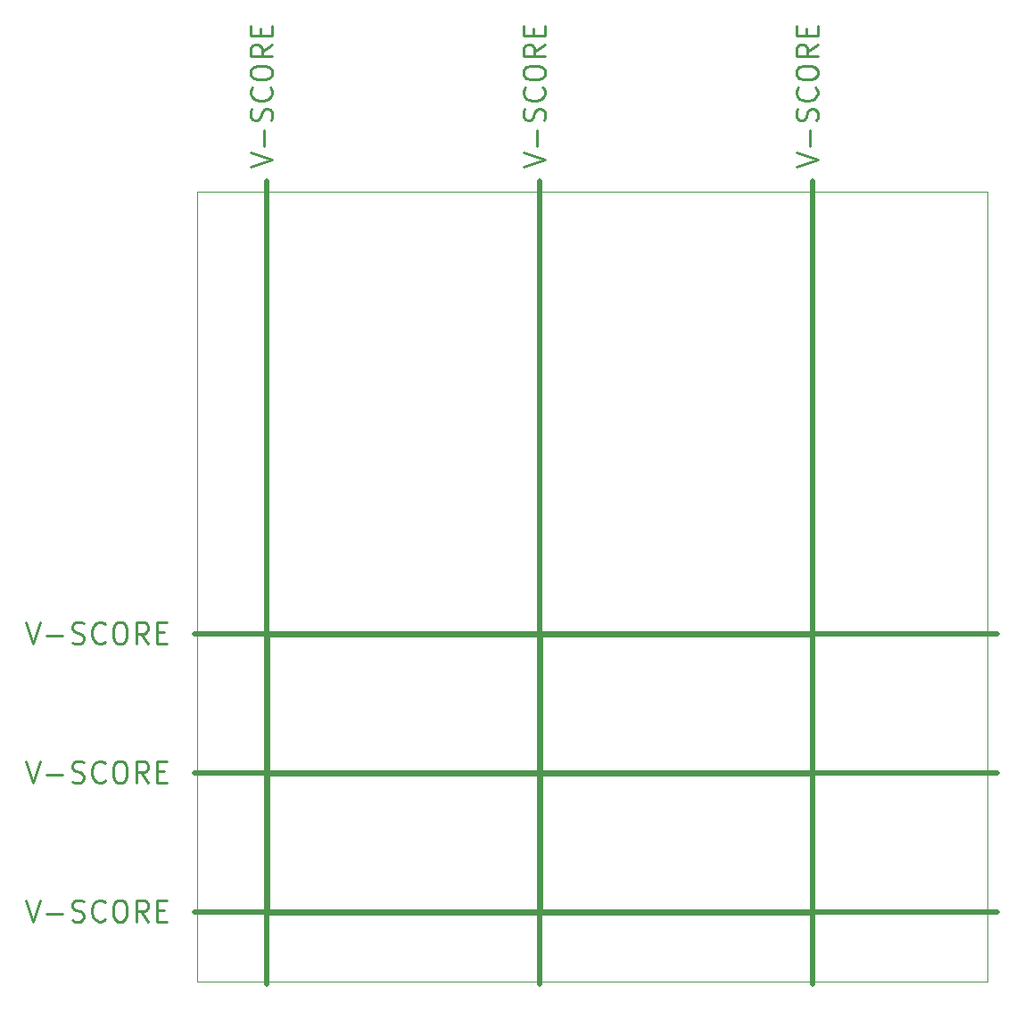
<source format=gko>
%TF.GenerationSoftware,KiCad,Pcbnew,8.0.4*%
%TF.CreationDate,2024-08-23T09:14:10-06:00*%
%TF.ProjectId,SparkFun_BMV080_panelized_v01b,53706172-6b46-4756-9e5f-424d56303830,v01*%
%TF.SameCoordinates,Original*%
%TF.FileFunction,Soldermask,Bot*%
%TF.FilePolarity,Negative*%
%FSLAX46Y46*%
G04 Gerber Fmt 4.6, Leading zero omitted, Abs format (unit mm)*
G04 Created by KiCad (PCBNEW 8.0.4) date 2024-08-23 09:14:10*
%MOMM*%
%LPD*%
G01*
G04 APERTURE LIST*
%TA.AperFunction,Profile*%
%ADD10C,0.100000*%
%TD*%
%TA.AperFunction,Profile*%
%ADD11C,0.050000*%
%TD*%
%ADD12C,0.500000*%
%ADD13C,0.250000*%
G04 APERTURE END LIST*
D10*
X0Y75000000D02*
X75000000Y75000000D01*
D11*
X32750000Y19550000D02*
X58150000Y19550000D01*
X58150000Y19550000D02*
X58150000Y6850000D01*
X6850000Y32750000D02*
X32250000Y32750000D01*
X6850000Y19550000D02*
X32250000Y19550000D01*
X32250000Y6850000D02*
X6850000Y6850000D01*
D10*
X6350000Y6350000D02*
X6350000Y33250000D01*
D11*
X32250000Y32750000D02*
X32250000Y20050000D01*
X58150000Y6850000D02*
X32750000Y6850000D01*
X32250000Y20050000D02*
X6850000Y20050000D01*
D10*
X58650000Y6350000D02*
X6350000Y6350000D01*
D11*
X32250000Y19550000D02*
X32250000Y6850000D01*
D10*
X75000000Y75000000D02*
X75000000Y0D01*
D11*
X32750000Y6850000D02*
X32750000Y19550000D01*
X6850000Y20050000D02*
X6850000Y32750000D01*
D10*
X0Y0D02*
X0Y75000000D01*
X58650000Y33250000D02*
X58650000Y6350000D01*
D11*
X32750000Y32750000D02*
X58150000Y32750000D01*
X58150000Y20050000D02*
X32750000Y20050000D01*
X58150000Y32750000D02*
X58150000Y20050000D01*
D10*
X6350000Y33250000D02*
X58650000Y33250000D01*
X75000000Y0D02*
X0Y0D01*
D11*
X32750000Y20050000D02*
X32750000Y32750000D01*
X6850000Y6850000D02*
X6850000Y19550000D01*
D12*
X6600000Y76000000D02*
X6600000Y-275000D01*
X58400000Y76000000D02*
X58400000Y-275000D01*
X-275000Y6600000D02*
X76000000Y6600000D01*
X-275000Y33000000D02*
X76000000Y33000000D01*
X32500000Y76000000D02*
X32500000Y-275000D01*
X-275000Y19800000D02*
X76000000Y19800000D01*
D13*
X-16248997Y7687762D02*
X-15582331Y5687762D01*
X-15582331Y5687762D02*
X-14915664Y7687762D01*
X-14248997Y6449667D02*
X-12725187Y6449667D01*
X-11868045Y5783000D02*
X-11582331Y5687762D01*
X-11582331Y5687762D02*
X-11106140Y5687762D01*
X-11106140Y5687762D02*
X-10915664Y5783000D01*
X-10915664Y5783000D02*
X-10820426Y5878239D01*
X-10820426Y5878239D02*
X-10725188Y6068715D01*
X-10725188Y6068715D02*
X-10725188Y6259191D01*
X-10725188Y6259191D02*
X-10820426Y6449667D01*
X-10820426Y6449667D02*
X-10915664Y6544905D01*
X-10915664Y6544905D02*
X-11106140Y6640143D01*
X-11106140Y6640143D02*
X-11487093Y6735381D01*
X-11487093Y6735381D02*
X-11677569Y6830620D01*
X-11677569Y6830620D02*
X-11772807Y6925858D01*
X-11772807Y6925858D02*
X-11868045Y7116334D01*
X-11868045Y7116334D02*
X-11868045Y7306810D01*
X-11868045Y7306810D02*
X-11772807Y7497286D01*
X-11772807Y7497286D02*
X-11677569Y7592524D01*
X-11677569Y7592524D02*
X-11487093Y7687762D01*
X-11487093Y7687762D02*
X-11010902Y7687762D01*
X-11010902Y7687762D02*
X-10725188Y7592524D01*
X-8725188Y5878239D02*
X-8820426Y5783000D01*
X-8820426Y5783000D02*
X-9106140Y5687762D01*
X-9106140Y5687762D02*
X-9296616Y5687762D01*
X-9296616Y5687762D02*
X-9582331Y5783000D01*
X-9582331Y5783000D02*
X-9772807Y5973477D01*
X-9772807Y5973477D02*
X-9868045Y6163953D01*
X-9868045Y6163953D02*
X-9963283Y6544905D01*
X-9963283Y6544905D02*
X-9963283Y6830620D01*
X-9963283Y6830620D02*
X-9868045Y7211572D01*
X-9868045Y7211572D02*
X-9772807Y7402048D01*
X-9772807Y7402048D02*
X-9582331Y7592524D01*
X-9582331Y7592524D02*
X-9296616Y7687762D01*
X-9296616Y7687762D02*
X-9106140Y7687762D01*
X-9106140Y7687762D02*
X-8820426Y7592524D01*
X-8820426Y7592524D02*
X-8725188Y7497286D01*
X-7487093Y7687762D02*
X-7106140Y7687762D01*
X-7106140Y7687762D02*
X-6915664Y7592524D01*
X-6915664Y7592524D02*
X-6725188Y7402048D01*
X-6725188Y7402048D02*
X-6629950Y7021096D01*
X-6629950Y7021096D02*
X-6629950Y6354429D01*
X-6629950Y6354429D02*
X-6725188Y5973477D01*
X-6725188Y5973477D02*
X-6915664Y5783000D01*
X-6915664Y5783000D02*
X-7106140Y5687762D01*
X-7106140Y5687762D02*
X-7487093Y5687762D01*
X-7487093Y5687762D02*
X-7677569Y5783000D01*
X-7677569Y5783000D02*
X-7868045Y5973477D01*
X-7868045Y5973477D02*
X-7963283Y6354429D01*
X-7963283Y6354429D02*
X-7963283Y7021096D01*
X-7963283Y7021096D02*
X-7868045Y7402048D01*
X-7868045Y7402048D02*
X-7677569Y7592524D01*
X-7677569Y7592524D02*
X-7487093Y7687762D01*
X-4629950Y5687762D02*
X-5296617Y6640143D01*
X-5772807Y5687762D02*
X-5772807Y7687762D01*
X-5772807Y7687762D02*
X-5010902Y7687762D01*
X-5010902Y7687762D02*
X-4820426Y7592524D01*
X-4820426Y7592524D02*
X-4725188Y7497286D01*
X-4725188Y7497286D02*
X-4629950Y7306810D01*
X-4629950Y7306810D02*
X-4629950Y7021096D01*
X-4629950Y7021096D02*
X-4725188Y6830620D01*
X-4725188Y6830620D02*
X-4820426Y6735381D01*
X-4820426Y6735381D02*
X-5010902Y6640143D01*
X-5010902Y6640143D02*
X-5772807Y6640143D01*
X-3772807Y6735381D02*
X-3106140Y6735381D01*
X-2820426Y5687762D02*
X-3772807Y5687762D01*
X-3772807Y5687762D02*
X-3772807Y7687762D01*
X-3772807Y7687762D02*
X-2820426Y7687762D01*
X-16248997Y34087762D02*
X-15582331Y32087762D01*
X-15582331Y32087762D02*
X-14915664Y34087762D01*
X-14248997Y32849667D02*
X-12725187Y32849667D01*
X-11868045Y32183000D02*
X-11582331Y32087762D01*
X-11582331Y32087762D02*
X-11106140Y32087762D01*
X-11106140Y32087762D02*
X-10915664Y32183000D01*
X-10915664Y32183000D02*
X-10820426Y32278239D01*
X-10820426Y32278239D02*
X-10725188Y32468715D01*
X-10725188Y32468715D02*
X-10725188Y32659191D01*
X-10725188Y32659191D02*
X-10820426Y32849667D01*
X-10820426Y32849667D02*
X-10915664Y32944905D01*
X-10915664Y32944905D02*
X-11106140Y33040143D01*
X-11106140Y33040143D02*
X-11487093Y33135381D01*
X-11487093Y33135381D02*
X-11677569Y33230620D01*
X-11677569Y33230620D02*
X-11772807Y33325858D01*
X-11772807Y33325858D02*
X-11868045Y33516334D01*
X-11868045Y33516334D02*
X-11868045Y33706810D01*
X-11868045Y33706810D02*
X-11772807Y33897286D01*
X-11772807Y33897286D02*
X-11677569Y33992524D01*
X-11677569Y33992524D02*
X-11487093Y34087762D01*
X-11487093Y34087762D02*
X-11010902Y34087762D01*
X-11010902Y34087762D02*
X-10725188Y33992524D01*
X-8725188Y32278239D02*
X-8820426Y32183000D01*
X-8820426Y32183000D02*
X-9106140Y32087762D01*
X-9106140Y32087762D02*
X-9296616Y32087762D01*
X-9296616Y32087762D02*
X-9582331Y32183000D01*
X-9582331Y32183000D02*
X-9772807Y32373477D01*
X-9772807Y32373477D02*
X-9868045Y32563953D01*
X-9868045Y32563953D02*
X-9963283Y32944905D01*
X-9963283Y32944905D02*
X-9963283Y33230620D01*
X-9963283Y33230620D02*
X-9868045Y33611572D01*
X-9868045Y33611572D02*
X-9772807Y33802048D01*
X-9772807Y33802048D02*
X-9582331Y33992524D01*
X-9582331Y33992524D02*
X-9296616Y34087762D01*
X-9296616Y34087762D02*
X-9106140Y34087762D01*
X-9106140Y34087762D02*
X-8820426Y33992524D01*
X-8820426Y33992524D02*
X-8725188Y33897286D01*
X-7487093Y34087762D02*
X-7106140Y34087762D01*
X-7106140Y34087762D02*
X-6915664Y33992524D01*
X-6915664Y33992524D02*
X-6725188Y33802048D01*
X-6725188Y33802048D02*
X-6629950Y33421096D01*
X-6629950Y33421096D02*
X-6629950Y32754429D01*
X-6629950Y32754429D02*
X-6725188Y32373477D01*
X-6725188Y32373477D02*
X-6915664Y32183000D01*
X-6915664Y32183000D02*
X-7106140Y32087762D01*
X-7106140Y32087762D02*
X-7487093Y32087762D01*
X-7487093Y32087762D02*
X-7677569Y32183000D01*
X-7677569Y32183000D02*
X-7868045Y32373477D01*
X-7868045Y32373477D02*
X-7963283Y32754429D01*
X-7963283Y32754429D02*
X-7963283Y33421096D01*
X-7963283Y33421096D02*
X-7868045Y33802048D01*
X-7868045Y33802048D02*
X-7677569Y33992524D01*
X-7677569Y33992524D02*
X-7487093Y34087762D01*
X-4629950Y32087762D02*
X-5296617Y33040143D01*
X-5772807Y32087762D02*
X-5772807Y34087762D01*
X-5772807Y34087762D02*
X-5010902Y34087762D01*
X-5010902Y34087762D02*
X-4820426Y33992524D01*
X-4820426Y33992524D02*
X-4725188Y33897286D01*
X-4725188Y33897286D02*
X-4629950Y33706810D01*
X-4629950Y33706810D02*
X-4629950Y33421096D01*
X-4629950Y33421096D02*
X-4725188Y33230620D01*
X-4725188Y33230620D02*
X-4820426Y33135381D01*
X-4820426Y33135381D02*
X-5010902Y33040143D01*
X-5010902Y33040143D02*
X-5772807Y33040143D01*
X-3772807Y33135381D02*
X-3106140Y33135381D01*
X-2820426Y32087762D02*
X-3772807Y32087762D01*
X-3772807Y32087762D02*
X-3772807Y34087762D01*
X-3772807Y34087762D02*
X-2820426Y34087762D01*
X56912238Y77354950D02*
X58912238Y78021616D01*
X58912238Y78021616D02*
X56912238Y78688283D01*
X58150333Y79354950D02*
X58150333Y80878759D01*
X58817000Y81735902D02*
X58912238Y82021616D01*
X58912238Y82021616D02*
X58912238Y82497807D01*
X58912238Y82497807D02*
X58817000Y82688283D01*
X58817000Y82688283D02*
X58721761Y82783521D01*
X58721761Y82783521D02*
X58531285Y82878759D01*
X58531285Y82878759D02*
X58340809Y82878759D01*
X58340809Y82878759D02*
X58150333Y82783521D01*
X58150333Y82783521D02*
X58055095Y82688283D01*
X58055095Y82688283D02*
X57959857Y82497807D01*
X57959857Y82497807D02*
X57864619Y82116854D01*
X57864619Y82116854D02*
X57769380Y81926378D01*
X57769380Y81926378D02*
X57674142Y81831140D01*
X57674142Y81831140D02*
X57483666Y81735902D01*
X57483666Y81735902D02*
X57293190Y81735902D01*
X57293190Y81735902D02*
X57102714Y81831140D01*
X57102714Y81831140D02*
X57007476Y81926378D01*
X57007476Y81926378D02*
X56912238Y82116854D01*
X56912238Y82116854D02*
X56912238Y82593045D01*
X56912238Y82593045D02*
X57007476Y82878759D01*
X58721761Y84878759D02*
X58817000Y84783521D01*
X58817000Y84783521D02*
X58912238Y84497807D01*
X58912238Y84497807D02*
X58912238Y84307331D01*
X58912238Y84307331D02*
X58817000Y84021616D01*
X58817000Y84021616D02*
X58626523Y83831140D01*
X58626523Y83831140D02*
X58436047Y83735902D01*
X58436047Y83735902D02*
X58055095Y83640664D01*
X58055095Y83640664D02*
X57769380Y83640664D01*
X57769380Y83640664D02*
X57388428Y83735902D01*
X57388428Y83735902D02*
X57197952Y83831140D01*
X57197952Y83831140D02*
X57007476Y84021616D01*
X57007476Y84021616D02*
X56912238Y84307331D01*
X56912238Y84307331D02*
X56912238Y84497807D01*
X56912238Y84497807D02*
X57007476Y84783521D01*
X57007476Y84783521D02*
X57102714Y84878759D01*
X56912238Y86116854D02*
X56912238Y86497807D01*
X56912238Y86497807D02*
X57007476Y86688283D01*
X57007476Y86688283D02*
X57197952Y86878759D01*
X57197952Y86878759D02*
X57578904Y86973997D01*
X57578904Y86973997D02*
X58245571Y86973997D01*
X58245571Y86973997D02*
X58626523Y86878759D01*
X58626523Y86878759D02*
X58817000Y86688283D01*
X58817000Y86688283D02*
X58912238Y86497807D01*
X58912238Y86497807D02*
X58912238Y86116854D01*
X58912238Y86116854D02*
X58817000Y85926378D01*
X58817000Y85926378D02*
X58626523Y85735902D01*
X58626523Y85735902D02*
X58245571Y85640664D01*
X58245571Y85640664D02*
X57578904Y85640664D01*
X57578904Y85640664D02*
X57197952Y85735902D01*
X57197952Y85735902D02*
X57007476Y85926378D01*
X57007476Y85926378D02*
X56912238Y86116854D01*
X58912238Y88973997D02*
X57959857Y88307330D01*
X58912238Y87831140D02*
X56912238Y87831140D01*
X56912238Y87831140D02*
X56912238Y88593045D01*
X56912238Y88593045D02*
X57007476Y88783521D01*
X57007476Y88783521D02*
X57102714Y88878759D01*
X57102714Y88878759D02*
X57293190Y88973997D01*
X57293190Y88973997D02*
X57578904Y88973997D01*
X57578904Y88973997D02*
X57769380Y88878759D01*
X57769380Y88878759D02*
X57864619Y88783521D01*
X57864619Y88783521D02*
X57959857Y88593045D01*
X57959857Y88593045D02*
X57959857Y87831140D01*
X57864619Y89831140D02*
X57864619Y90497807D01*
X58912238Y90783521D02*
X58912238Y89831140D01*
X58912238Y89831140D02*
X56912238Y89831140D01*
X56912238Y89831140D02*
X56912238Y90783521D01*
X-16248997Y20887762D02*
X-15582331Y18887762D01*
X-15582331Y18887762D02*
X-14915664Y20887762D01*
X-14248997Y19649667D02*
X-12725187Y19649667D01*
X-11868045Y18983000D02*
X-11582331Y18887762D01*
X-11582331Y18887762D02*
X-11106140Y18887762D01*
X-11106140Y18887762D02*
X-10915664Y18983000D01*
X-10915664Y18983000D02*
X-10820426Y19078239D01*
X-10820426Y19078239D02*
X-10725188Y19268715D01*
X-10725188Y19268715D02*
X-10725188Y19459191D01*
X-10725188Y19459191D02*
X-10820426Y19649667D01*
X-10820426Y19649667D02*
X-10915664Y19744905D01*
X-10915664Y19744905D02*
X-11106140Y19840143D01*
X-11106140Y19840143D02*
X-11487093Y19935381D01*
X-11487093Y19935381D02*
X-11677569Y20030620D01*
X-11677569Y20030620D02*
X-11772807Y20125858D01*
X-11772807Y20125858D02*
X-11868045Y20316334D01*
X-11868045Y20316334D02*
X-11868045Y20506810D01*
X-11868045Y20506810D02*
X-11772807Y20697286D01*
X-11772807Y20697286D02*
X-11677569Y20792524D01*
X-11677569Y20792524D02*
X-11487093Y20887762D01*
X-11487093Y20887762D02*
X-11010902Y20887762D01*
X-11010902Y20887762D02*
X-10725188Y20792524D01*
X-8725188Y19078239D02*
X-8820426Y18983000D01*
X-8820426Y18983000D02*
X-9106140Y18887762D01*
X-9106140Y18887762D02*
X-9296616Y18887762D01*
X-9296616Y18887762D02*
X-9582331Y18983000D01*
X-9582331Y18983000D02*
X-9772807Y19173477D01*
X-9772807Y19173477D02*
X-9868045Y19363953D01*
X-9868045Y19363953D02*
X-9963283Y19744905D01*
X-9963283Y19744905D02*
X-9963283Y20030620D01*
X-9963283Y20030620D02*
X-9868045Y20411572D01*
X-9868045Y20411572D02*
X-9772807Y20602048D01*
X-9772807Y20602048D02*
X-9582331Y20792524D01*
X-9582331Y20792524D02*
X-9296616Y20887762D01*
X-9296616Y20887762D02*
X-9106140Y20887762D01*
X-9106140Y20887762D02*
X-8820426Y20792524D01*
X-8820426Y20792524D02*
X-8725188Y20697286D01*
X-7487093Y20887762D02*
X-7106140Y20887762D01*
X-7106140Y20887762D02*
X-6915664Y20792524D01*
X-6915664Y20792524D02*
X-6725188Y20602048D01*
X-6725188Y20602048D02*
X-6629950Y20221096D01*
X-6629950Y20221096D02*
X-6629950Y19554429D01*
X-6629950Y19554429D02*
X-6725188Y19173477D01*
X-6725188Y19173477D02*
X-6915664Y18983000D01*
X-6915664Y18983000D02*
X-7106140Y18887762D01*
X-7106140Y18887762D02*
X-7487093Y18887762D01*
X-7487093Y18887762D02*
X-7677569Y18983000D01*
X-7677569Y18983000D02*
X-7868045Y19173477D01*
X-7868045Y19173477D02*
X-7963283Y19554429D01*
X-7963283Y19554429D02*
X-7963283Y20221096D01*
X-7963283Y20221096D02*
X-7868045Y20602048D01*
X-7868045Y20602048D02*
X-7677569Y20792524D01*
X-7677569Y20792524D02*
X-7487093Y20887762D01*
X-4629950Y18887762D02*
X-5296617Y19840143D01*
X-5772807Y18887762D02*
X-5772807Y20887762D01*
X-5772807Y20887762D02*
X-5010902Y20887762D01*
X-5010902Y20887762D02*
X-4820426Y20792524D01*
X-4820426Y20792524D02*
X-4725188Y20697286D01*
X-4725188Y20697286D02*
X-4629950Y20506810D01*
X-4629950Y20506810D02*
X-4629950Y20221096D01*
X-4629950Y20221096D02*
X-4725188Y20030620D01*
X-4725188Y20030620D02*
X-4820426Y19935381D01*
X-4820426Y19935381D02*
X-5010902Y19840143D01*
X-5010902Y19840143D02*
X-5772807Y19840143D01*
X-3772807Y19935381D02*
X-3106140Y19935381D01*
X-2820426Y18887762D02*
X-3772807Y18887762D01*
X-3772807Y18887762D02*
X-3772807Y20887762D01*
X-3772807Y20887762D02*
X-2820426Y20887762D01*
X5112238Y77354950D02*
X7112238Y78021616D01*
X7112238Y78021616D02*
X5112238Y78688283D01*
X6350333Y79354950D02*
X6350333Y80878759D01*
X7017000Y81735902D02*
X7112238Y82021616D01*
X7112238Y82021616D02*
X7112238Y82497807D01*
X7112238Y82497807D02*
X7017000Y82688283D01*
X7017000Y82688283D02*
X6921761Y82783521D01*
X6921761Y82783521D02*
X6731285Y82878759D01*
X6731285Y82878759D02*
X6540809Y82878759D01*
X6540809Y82878759D02*
X6350333Y82783521D01*
X6350333Y82783521D02*
X6255095Y82688283D01*
X6255095Y82688283D02*
X6159857Y82497807D01*
X6159857Y82497807D02*
X6064619Y82116854D01*
X6064619Y82116854D02*
X5969380Y81926378D01*
X5969380Y81926378D02*
X5874142Y81831140D01*
X5874142Y81831140D02*
X5683666Y81735902D01*
X5683666Y81735902D02*
X5493190Y81735902D01*
X5493190Y81735902D02*
X5302714Y81831140D01*
X5302714Y81831140D02*
X5207476Y81926378D01*
X5207476Y81926378D02*
X5112238Y82116854D01*
X5112238Y82116854D02*
X5112238Y82593045D01*
X5112238Y82593045D02*
X5207476Y82878759D01*
X6921761Y84878759D02*
X7017000Y84783521D01*
X7017000Y84783521D02*
X7112238Y84497807D01*
X7112238Y84497807D02*
X7112238Y84307331D01*
X7112238Y84307331D02*
X7017000Y84021616D01*
X7017000Y84021616D02*
X6826523Y83831140D01*
X6826523Y83831140D02*
X6636047Y83735902D01*
X6636047Y83735902D02*
X6255095Y83640664D01*
X6255095Y83640664D02*
X5969380Y83640664D01*
X5969380Y83640664D02*
X5588428Y83735902D01*
X5588428Y83735902D02*
X5397952Y83831140D01*
X5397952Y83831140D02*
X5207476Y84021616D01*
X5207476Y84021616D02*
X5112238Y84307331D01*
X5112238Y84307331D02*
X5112238Y84497807D01*
X5112238Y84497807D02*
X5207476Y84783521D01*
X5207476Y84783521D02*
X5302714Y84878759D01*
X5112238Y86116854D02*
X5112238Y86497807D01*
X5112238Y86497807D02*
X5207476Y86688283D01*
X5207476Y86688283D02*
X5397952Y86878759D01*
X5397952Y86878759D02*
X5778904Y86973997D01*
X5778904Y86973997D02*
X6445571Y86973997D01*
X6445571Y86973997D02*
X6826523Y86878759D01*
X6826523Y86878759D02*
X7017000Y86688283D01*
X7017000Y86688283D02*
X7112238Y86497807D01*
X7112238Y86497807D02*
X7112238Y86116854D01*
X7112238Y86116854D02*
X7017000Y85926378D01*
X7017000Y85926378D02*
X6826523Y85735902D01*
X6826523Y85735902D02*
X6445571Y85640664D01*
X6445571Y85640664D02*
X5778904Y85640664D01*
X5778904Y85640664D02*
X5397952Y85735902D01*
X5397952Y85735902D02*
X5207476Y85926378D01*
X5207476Y85926378D02*
X5112238Y86116854D01*
X7112238Y88973997D02*
X6159857Y88307330D01*
X7112238Y87831140D02*
X5112238Y87831140D01*
X5112238Y87831140D02*
X5112238Y88593045D01*
X5112238Y88593045D02*
X5207476Y88783521D01*
X5207476Y88783521D02*
X5302714Y88878759D01*
X5302714Y88878759D02*
X5493190Y88973997D01*
X5493190Y88973997D02*
X5778904Y88973997D01*
X5778904Y88973997D02*
X5969380Y88878759D01*
X5969380Y88878759D02*
X6064619Y88783521D01*
X6064619Y88783521D02*
X6159857Y88593045D01*
X6159857Y88593045D02*
X6159857Y87831140D01*
X6064619Y89831140D02*
X6064619Y90497807D01*
X7112238Y90783521D02*
X7112238Y89831140D01*
X7112238Y89831140D02*
X5112238Y89831140D01*
X5112238Y89831140D02*
X5112238Y90783521D01*
X31012238Y77354950D02*
X33012238Y78021616D01*
X33012238Y78021616D02*
X31012238Y78688283D01*
X32250333Y79354950D02*
X32250333Y80878759D01*
X32917000Y81735902D02*
X33012238Y82021616D01*
X33012238Y82021616D02*
X33012238Y82497807D01*
X33012238Y82497807D02*
X32917000Y82688283D01*
X32917000Y82688283D02*
X32821761Y82783521D01*
X32821761Y82783521D02*
X32631285Y82878759D01*
X32631285Y82878759D02*
X32440809Y82878759D01*
X32440809Y82878759D02*
X32250333Y82783521D01*
X32250333Y82783521D02*
X32155095Y82688283D01*
X32155095Y82688283D02*
X32059857Y82497807D01*
X32059857Y82497807D02*
X31964619Y82116854D01*
X31964619Y82116854D02*
X31869380Y81926378D01*
X31869380Y81926378D02*
X31774142Y81831140D01*
X31774142Y81831140D02*
X31583666Y81735902D01*
X31583666Y81735902D02*
X31393190Y81735902D01*
X31393190Y81735902D02*
X31202714Y81831140D01*
X31202714Y81831140D02*
X31107476Y81926378D01*
X31107476Y81926378D02*
X31012238Y82116854D01*
X31012238Y82116854D02*
X31012238Y82593045D01*
X31012238Y82593045D02*
X31107476Y82878759D01*
X32821761Y84878759D02*
X32917000Y84783521D01*
X32917000Y84783521D02*
X33012238Y84497807D01*
X33012238Y84497807D02*
X33012238Y84307331D01*
X33012238Y84307331D02*
X32917000Y84021616D01*
X32917000Y84021616D02*
X32726523Y83831140D01*
X32726523Y83831140D02*
X32536047Y83735902D01*
X32536047Y83735902D02*
X32155095Y83640664D01*
X32155095Y83640664D02*
X31869380Y83640664D01*
X31869380Y83640664D02*
X31488428Y83735902D01*
X31488428Y83735902D02*
X31297952Y83831140D01*
X31297952Y83831140D02*
X31107476Y84021616D01*
X31107476Y84021616D02*
X31012238Y84307331D01*
X31012238Y84307331D02*
X31012238Y84497807D01*
X31012238Y84497807D02*
X31107476Y84783521D01*
X31107476Y84783521D02*
X31202714Y84878759D01*
X31012238Y86116854D02*
X31012238Y86497807D01*
X31012238Y86497807D02*
X31107476Y86688283D01*
X31107476Y86688283D02*
X31297952Y86878759D01*
X31297952Y86878759D02*
X31678904Y86973997D01*
X31678904Y86973997D02*
X32345571Y86973997D01*
X32345571Y86973997D02*
X32726523Y86878759D01*
X32726523Y86878759D02*
X32917000Y86688283D01*
X32917000Y86688283D02*
X33012238Y86497807D01*
X33012238Y86497807D02*
X33012238Y86116854D01*
X33012238Y86116854D02*
X32917000Y85926378D01*
X32917000Y85926378D02*
X32726523Y85735902D01*
X32726523Y85735902D02*
X32345571Y85640664D01*
X32345571Y85640664D02*
X31678904Y85640664D01*
X31678904Y85640664D02*
X31297952Y85735902D01*
X31297952Y85735902D02*
X31107476Y85926378D01*
X31107476Y85926378D02*
X31012238Y86116854D01*
X33012238Y88973997D02*
X32059857Y88307330D01*
X33012238Y87831140D02*
X31012238Y87831140D01*
X31012238Y87831140D02*
X31012238Y88593045D01*
X31012238Y88593045D02*
X31107476Y88783521D01*
X31107476Y88783521D02*
X31202714Y88878759D01*
X31202714Y88878759D02*
X31393190Y88973997D01*
X31393190Y88973997D02*
X31678904Y88973997D01*
X31678904Y88973997D02*
X31869380Y88878759D01*
X31869380Y88878759D02*
X31964619Y88783521D01*
X31964619Y88783521D02*
X32059857Y88593045D01*
X32059857Y88593045D02*
X32059857Y87831140D01*
X31964619Y89831140D02*
X31964619Y90497807D01*
X33012238Y90783521D02*
X33012238Y89831140D01*
X33012238Y89831140D02*
X31012238Y89831140D01*
X31012238Y89831140D02*
X31012238Y90783521D01*
M02*

</source>
